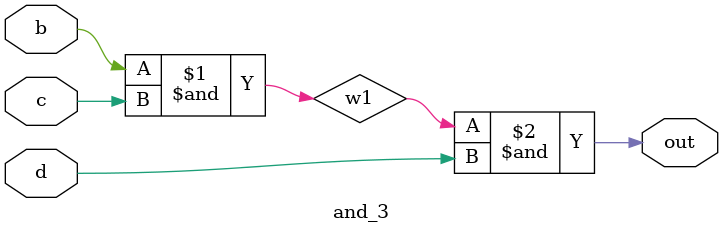
<source format=v>
module and_3(output out, input b, input c, input d);
    wire w1;
    and (w1, b, c);
    and (out, w1, d);
endmodule

</source>
